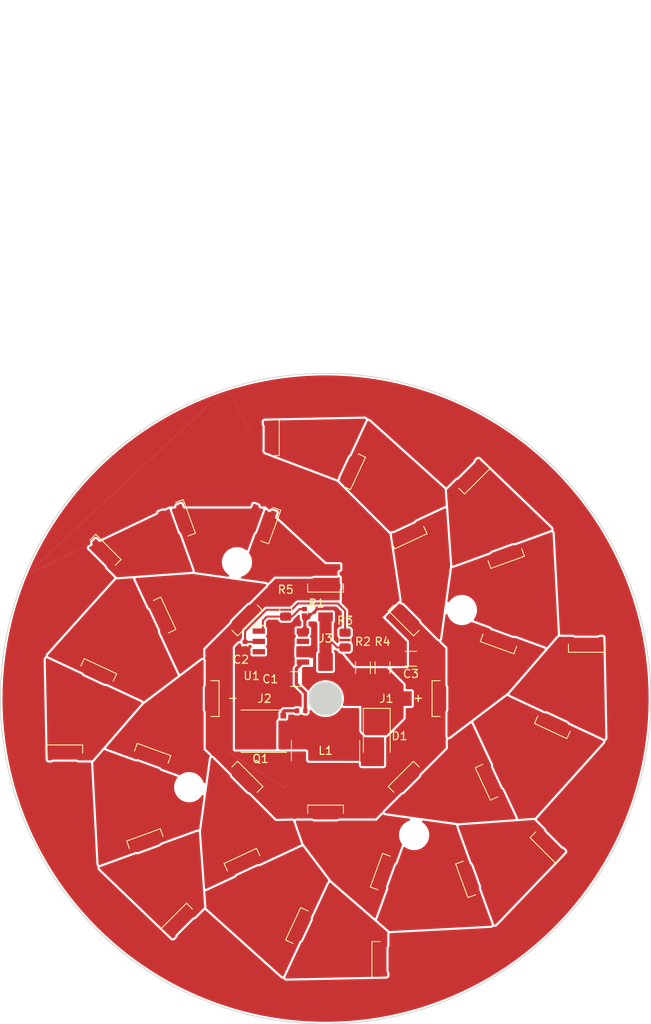
<source format=kicad_pcb>
(kicad_pcb (version 20211014) (generator pcbnew)
  (layers (0 "F.Cu" signal) (31 "B.Cu" signal) (34 "B.Paste" user) (35 "F.Paste" user) (36 "B.SilkS" user "B.Silkscreen") (37 "F.SilkS" user "F.Silkscreen") (38 "B.Mask" user) (39 "F.Mask" user) (44 "Edge.Cuts" user))
  (net 0 "")
  (net 1 "+12V")
  (net 2 "GND")
  (net 3 "Net-(D1-Pad2)")
  (net 4 "LED_OUT")
  (net 5 "LED_IN")
  (net 6 "Net-(J3-Pad1)")
  (net 7 "DIM")
  (net 8 "Net-(D2-Pad2)")
  (net 9 "Net-(D3-Pad2)")
  (net 10 "Net-(D4-Pad2)")
  (net 11 "Net-(D6-Pad2)")
  (net 12 "Net-(D7-Pad2)")
  (net 13 "Net-(D8-Pad2)")
  (net 14 "Net-(D10-Pad2)")
  (net 15 "Net-(D11-Pad2)")
  (net 16 "Net-(D12-Pad2)")
  (net 17 "Net-(D14-Pad2)")
  (net 18 "Net-(D15-Pad2)")
  (net 19 "Net-(D16-Pad2)")
  (net 20 "Net-(D18-Pad2)")
  (net 21 "Net-(D19-Pad2)")
  (net 22 "Net-(D20-Pad2)")
  (net 23 "Net-(D22-Pad2)")
  (net 24 "Net-(D23-Pad2)")
  (net 25 "Net-(D24-Pad2)")
  (net 26 "Net-(D26-Pad2)")
  (net 27 "Net-(D27-Pad2)")
  (net 28 "Net-(D28-Pad2)")
  (net 29 "Net-(D30-Pad2)")
  (net 30 "Net-(D31-Pad2)")
  (net 31 "Net-(D32-Pad2)")
  (net 32 "Net-(U1-Pad1)")
  (net 33 "Net-(U1-Pad5)")
  (net 36 "Net-(Q1-Pad2)")
  (footprint "Resistor_SMD:R_0805_2012Metric" (layer "F.Cu") (at 2.4 -7.2 90)
    (fp_text reference "R3")
    (fp_text value "0.1")
  )
  (footprint "Capacitor_SMD:C_1206_3216Metric" (layer "F.Cu") (at -3.6 -2.4 180)
    (fp_text reference "C1")
    (fp_text value "10uF")
  )
  (footprint "LED_SMD:LM301B" (layer "F.Cu") (at 8.043466 21.749269 70)
    (fp_text reference "D3" hide)
    (fp_text value "LED")
  )
  (footprint "LED_SMD:LM301B" (layer "F.Cu") (at -10.606601 -10.606601 -135)
    (fp_text reference "D22" hide)
    (fp_text value "LED")
  )
  (footprint "LED_SMD:LM301B" (layer "F.Cu") (at 28.491267 2.266845 155)
    (fp_text reference "D8" hide)
    (fp_text value "LED")
  )
  (footprint "LED_SMD:LM301B" (layer "F.Cu") (at -7.599927 -32.082478 -90)
    (fp_text reference "D17" hide)
    (fp_text value "LED")
  )
  (footprint "Connector:POKE-HOME" (layer "F.Cu") (at -7 0)
    (fp_text reference "J2")
    (fp_text value "Conn_01x01_Female")
  )
  (footprint "LED_SMD:LM301B" (layer "F.Cu") (at 2.266845 -28.491267 -115)
    (fp_text reference "D16" hide)
    (fp_text value "LED")
  )
  (footprint "LED_SMD:LM301B" (layer "F.Cu") (at 17.311778 -28.059698 -135)
    (fp_text reference "D13" hide)
    (fp_text value "LED")
  )
  (footprint "Inductor_SMD:L_Bourns-SRN8040_8x8.15mm" (layer "F.Cu") (at 0 6.4 90)
    (fp_text reference "L1")
    (fp_text value "L")
  )
  (footprint "LED_SMD:LM301B" (layer "F.Cu") (at 18.543466 21.749269 110)
    (fp_text reference "D4" hide)
    (fp_text value "LED")
  )
  (footprint "LED_SMD:LM301B" (layer "F.Cu") (at -8.043466 -21.749269 -110)
    (fp_text reference "D19" hide)
    (fp_text value "LED")
  )
  (footprint "LED_SMD:LM301B" (layer "F.Cu") (at 9.691466 -21.066646 -155)
    (fp_text reference "D15" hide)
    (fp_text value "LED")
  )
  (footprint "Resistor_SMD:R_1206_3216Metric" (layer "F.Cu") (at 4.6 -3.8 90)
    (fp_text reference "R2")
    (fp_text value "0.1")
  )
  (footprint "LED_SMD:LM301B" (layer "F.Cu") (at -15 0 -90)
    (fp_text reference "D26" hide)
    (fp_text value "LED")
  )
  (footprint "LED_SMD:LM301B" (layer "F.Cu") (at 7.599927 32.082478 90)
    (fp_text reference "D33" hide)
    (fp_text value "LED")
  )
  (footprint "LED_SMD:LM301B" (layer "F.Cu") (at -21.066646 -9.691466 -65)
    (fp_text reference "D23" hide)
    (fp_text value "LED")
  )
  (footprint "MountingHole:MountingHole_3.2mm_M3" (layer "F.Cu") (at -16.773411 10.89278)
    (fp_text reference "H2" hide)
    (fp_text value "MountingHole")
  )
  (footprint "Capacitor_SMD:C_0402_1005Metric" (layer "F.Cu") (at -9.9 -6.5 -90)
    (fp_text reference "C2")
    (fp_text value "100nF")
  )
  (footprint "Connector:POKE-HOME" (layer "F.Cu") (at 7 0 180)
    (fp_text reference "J1")
    (fp_text value "Conn_01x01_Female")
  )
  (footprint "LED_SMD:LM301B" (layer "F.Cu") (at -18.543466 -21.749269 -70)
    (fp_text reference "D20" hide)
    (fp_text value "LED")
  )
  (footprint "Resistor_SMD:R_0402_1005Metric" (layer "F.Cu") (at -3 1.5)
    (fp_text reference "R6" hide)
    (fp_text value "0.1")
  )
  (footprint "LED_SMD:LM301B" (layer "F.Cu") (at 32.082478 -7.599927 180)
    (fp_text reference "D9" hide)
    (fp_text value "LED")
  )
  (footprint "LED_SMD:LM301B" (layer "F.Cu") (at -21.749269 8.043466 -20)
    (fp_text reference "D27" hide)
    (fp_text value "LED")
  )
  (footprint "Connector:POKE-HOME" (layer "F.Cu") (at 0 -7 -90)
    (fp_text reference "J3")
    (fp_text value "Conn_01x01_Female")
  )
  (footprint "LED_SMD:LM301B" (layer "F.Cu") (at -28.059698 -17.311778 -45)
    (fp_text reference "D21" hide)
    (fp_text value "LED")
  )
  (footprint "LED_SMD:LM301B" (layer "F.Cu") (at 21.066646 9.691466 115)
    (fp_text reference "D7" hide)
    (fp_text value "LED")
  )
  (footprint "LED_SMD:LM301B" (layer "F.Cu") (at 21.749269 -18.543466 -160)
    (fp_text reference "D12" hide)
    (fp_text value "LED")
  )
  (footprint "LED_SMD:LM301B" (layer "F.Cu") (at -21.749269 18.543466 20)
    (fp_text reference "D28" hide)
    (fp_text value "LED")
  )
  (footprint "SamacSys_Parts:SOIC127P600X170-9N" (layer "F.Cu") (at -5.5 -6.4)
    (fp_text reference "U1")
    (fp_text value "AL8863SP-13" hide)
  )
  (footprint "MountingHole:MountingHole_3.2mm_M3" (layer "F.Cu") (at 10.89278 16.773411)
    (fp_text reference "H4" hide)
    (fp_text value "MountingHole")
  )
  (footprint "LED_SMD:LM301B" (layer "F.Cu") (at -9.691466 21.066646 25)
    (fp_text reference "D31" hide)
    (fp_text value "LED")
  )
  (footprint "LED_SMD:LM301B" (layer "F.Cu") (at -32.082478 7.599927)
    (fp_text reference "D25" hide)
    (fp_text value "LED")
  )
  (footprint "LED_SMD:LM301B" (layer "F.Cu") (at 15 0 90)
    (fp_text reference "D10" hide)
    (fp_text value "LED")
  )
  (footprint "LED_SMD:LM301B" (layer "F.Cu") (at -10.606601 10.606601 -45)
    (fp_text reference "D30" hide)
    (fp_text value "LED")
  )
  (footprint "LED_SMD:LM301B" (layer "F.Cu") (at 0 -15 180)
    (fp_text reference "D18" hide)
    (fp_text value "LED")
  )
  (footprint "LED_SMD:LM301B" (layer "F.Cu") (at -2.266845 28.491267 65)
    (fp_text reference "D32" hide)
    (fp_text value "LED")
  )
  (footprint "LED_SMD:LM301B" (layer "F.Cu") (at -17.311778 28.059698 45)
    (fp_text reference "D29" hide)
    (fp_text value "LED")
  )
  (footprint "MountingHole:MountingHole_3.2mm_M3" (layer "F.Cu") (at -10.89278 -16.773411)
    (fp_text reference "H1" hide)
    (fp_text value "MountingHole")
  )
  (footprint "LED_SMD:LM301B" (layer "F.Cu") (at 28.059698 17.311778 135)
    (fp_text reference "D5" hide)
    (fp_text value "LED")
  )
  (footprint "LED_SMD:LM301B" (layer "F.Cu") (at -28.491267 -2.266845 -25)
    (fp_text reference "D24" hide)
    (fp_text value "LED")
  )
  (footprint "LED_SMD:LM301B" (layer "F.Cu") (at 21.749269 -8.043466 160)
    (fp_text reference "D11" hide)
    (fp_text value "LED")
  )
  (footprint "Resistor_SMD:R_0402_1005Metric" (layer "F.Cu") (at -2.6 -10.5 -90)
    (fp_text reference "R1")
    (fp_text value "0.1")
  )
  (footprint "Resistor_SMD:R_0805_2012Metric" (layer "F.Cu") (at -4.9 -11 -90)
    (fp_text reference "R5")
    (fp_text value "0.1")
  )
  (footprint "MountingHole:MountingHole_3.2mm_M3" (layer "F.Cu") (at 16.773411 -10.89278)
    (fp_text reference "H3" hide)
    (fp_text value "MountingHole")
  )
  (footprint "Capacitor_SMD:C_1206_3216Metric" (layer "F.Cu") (at 10.5 -4.9 180)
    (fp_text reference "C3")
    (fp_text value "10uF")
  )
  (footprint "Resistor_SMD:R_1206_3216Metric" (layer "F.Cu") (at 7 -3.800001 90)
    (fp_text reference "R4")
    (fp_text value "0.1")
  )
  (footprint "Diode_SMD:D_SMA" (layer "F.Cu") (at 6.3 4.6 -90)
    (fp_text reference "D1")
    (fp_text value "D_Schottky")
  )
  (footprint "LED_SMD:LM301B" (layer "F.Cu") (at 10.606601 -10.606601 135)
    (fp_text reference "D14" hide)
    (fp_text value "LED")
  )
  (footprint "Package_SON:VSONP-8-1EP_5x6_P1.27mm" (layer "F.Cu") (at -8 4 180)
    (fp_text reference "Q1")
    (fp_text value "Q_NMOS_DGS")
  )
  (footprint "LED_SMD:LM301B" (layer "F.Cu") (at 10.606601 10.606601 45)
    (fp_text reference "D6" hide)
    (fp_text value "LED")
  )
  (footprint "LED_SMD:LM301B" (layer "F.Cu") (at 0 15)
    (fp_text reference "D2" hide)
    (fp_text value "LED")
  )
  (gr_circle (center 0 0) (end 2 0) (layer "Edge.Cuts") (width 0.2) (fill solid))
  (gr_circle (center 0 0) (end 0 -40) (layer "Edge.Cuts") (width 0.1) (fill none))
  (gr_text "-" (at -11.4 -0.1) (layer "F.SilkS") (effects (font (size 1 1))))
  (gr_text "+" (at 11.4 -0.1) (layer "F.SilkS") (effects (font (size 1 1))))
  (segment (start 4.6 -2.3375) (end 4.5375 -2.4) (width 0.25) (layer "F.Cu") (net 1))
  (segment (start 5.8 -1.137501) (end 7 -2.337501) (width 0.25) (layer "F.Cu") (net 1))
  (segment (start -1.4 -3.125) (end -1.4 -5.4) (width 0.25) (layer "F.Cu") (net 1))
  (segment (start -1.4 -5.4) (end -1.765 -5.765) (width 0.25) (layer "F.Cu") (net 1))
  (segment (start -2.125 -2.4) (end -1.4 -3.125) (width 0.25) (layer "F.Cu") (net 1))
  (segment (start -1.765 -5.765) (end -2.788 -5.765) (width 0.25) (layer "F.Cu") (net 1))
  (segment (start 5.8 2.4) (end 5.8 -1.137501) (width 0.25) (layer "F.Cu") (net 1))
  (segment (start 4.5375 -2.4) (end -2.05 -2.4) (width 0.25) (layer "F.Cu") (net 1))
  (segment (start 4.6 -2.3375) (end 7 -2.337501) (width 0.25) (layer "F.Cu") (net 1))
  (segment (start -10.8 2.095) (end -10.8 5.905) (width 0.7) (layer "F.Cu") (net 2))
  (segment (start -5.2 5.905) (end -5.2 4.635) (width 0.7) (layer "F.Cu") (net 3))
  (segment (start 2.75 5.8) (end 3.35 6.4) (width 0.25) (layer "F.Cu") (net 3))
  (segment (start 3.35 6.4) (end 5.8 6.4) (width 0.25) (layer "F.Cu") (net 3))
  (segment (start 3.4 -7.2) (end 1.7 -7.2) (width 0.25) (layer "F.Cu") (net 5))
  (segment (start -2.6 -8.493) (end -2.6 -9.99) (width 0.25) (layer "F.Cu") (net 5))
  (segment (start 4.6 -5.2625) (end 4.6 -6) (width 0.25) (layer "F.Cu") (net 5))
  (segment (start 1.3 -10.9) (end 1 -11.2) (width 0.25) (layer "F.Cu") (net 5))
  (segment (start 1.7 -7.2) (end 1.3 -7.6) (width 0.25) (layer "F.Cu") (net 5))
  (segment (start -0.9 -11.2) (end -2.11 -9.99) (width 0.25) (layer "F.Cu") (net 5))
  (segment (start 1 -11.2) (end -0.9 -11.2) (width 0.25) (layer "F.Cu") (net 5))
  (segment (start 4.6 -6) (end 3.4 -7.2) (width 0.25) (layer "F.Cu") (net 5))
  (segment (start -2.788 -8.305) (end -2.6 -8.493) (width 0.25) (layer "F.Cu") (net 5))
  (segment (start -2.11 -9.99) (end -2.6 -9.99) (width 0.25) (layer "F.Cu") (net 5))
  (segment (start 1.3 -7.6) (end 1.3 -10.9) (width 0.25) (layer "F.Cu") (net 5))
  (segment (start 1.4125 -6.2875) (end 2.4 -6.2875) (width 0.25) (layer "F.Cu") (net 6))
  (segment (start 0 -9.5) (end 0 -4.5) (width 1.5) (layer "F.Cu") (net 6))
  (segment (start 0 -7.7) (end 1.4125 -6.2875) (width 0.25) (layer "F.Cu") (net 6))
  (segment (start 0 -4) (end 0 -9.55) (width 0.25) (layer "F.Cu") (net 6))
  (segment (start 0 -10.05) (end 0 -7.7) (width 0.25) (layer "F.Cu") (net 6))
  (segment (start -7.275 -10.925) (end -4.175 -10.925) (width 0.25) (layer "F.Cu") (net 7))
  (segment (start 2.4 -10.8) (end 2.4 -8.3125) (width 0.25) (layer "F.Cu") (net 7))
  (segment (start -3.4 -11.7) (end 1.5 -11.7) (width 0.25) (layer "F.Cu") (net 7))
  (segment (start -9.9 -6.98) (end -9.9 -8.3) (width 0.25) (layer "F.Cu") (net 7))
  (segment (start -9.9 -8.3) (end -7.275 -10.925) (width 0.25) (layer "F.Cu") (net 7))
  (segment (start -7.767 -6.98) (end -9.9 -6.98) (width 0.25) (layer "F.Cu") (net 7))
  (segment (start -4.175 -10.925) (end -3.4 -11.7) (width 0.25) (layer "F.Cu") (net 7))
  (segment (start 1.5 -11.7) (end 2.4 -10.8) (width 0.25) (layer "F.Cu") (net 7))
  (segment (start -7.712 -9.588) (end -7.712 -8.305) (width 0.25) (layer "F.Cu") (net 32))
  (segment (start -4.9 -10.0875) (end -7.2125 -10.0875) (width 0.25) (layer "F.Cu") (net 32))
  (segment (start -4.1125 -10.0875) (end -4.9 -10.0875) (width 0.25) (layer "F.Cu") (net 32))
  (segment (start -3.19 -11.01) (end -4.1125 -10.0875) (width 0.25) (layer "F.Cu") (net 32))
  (segment (start -2.6 -11.01) (end -3.19 -11.01) (width 0.25) (layer "F.Cu") (net 32))
  (segment (start -7.2125 -10.0875) (end -7.712 -9.588) (width 0.25) (layer "F.Cu") (net 32))
  (segment (start -3.6 -1.8) (end -2.49 -0.69) (width 0.4) (layer "F.Cu") (net 33))
  (segment (start -2.49 -0.69) (end -2.49 1.5) (width 0.4) (layer "F.Cu") (net 33))
  (segment (start -3.6 -3.683) (end -3.6 -1.8) (width 0.4) (layer "F.Cu") (net 33))
  (segment (start -2.788 -4.495) (end -3.6 -3.683) (width 0.4) (layer "F.Cu") (net 33))
  (segment (start -5.2 1.6) (end -5.2 2.095) (width 0.4) (layer "F.Cu") (net 36))
  (segment (start -3.51 1.5) (end -5.1 1.5) (width 0.4) (layer "F.Cu") (net 36))
  (segment (start -5.1 1.5) (end -5.2 1.6) (width 0.4) (layer "F.Cu") (net 36))
  (zone (net 2) (net_name "GND") (layer "F.Cu") (priority 34) (connect_pads yes (clearance 0.254)) (min_thickness 0.254) (fill yes (thermal_gap 0.508) (thermal_bridge_width 0.508))
    (polygon (pts (xy 7.612675 4.209518) (xy 4.209517 7.862674) (xy -4.209518 7.862675) (xy -8.762674 4.209517) (xy -8.762675 -4.209518) (xy -4.209517 -10.162674) (xy 4.209518 -10.162675) (xy 7.612674 -4.209517)))
  )
  (zone (net 3) (net_name "Net-(D1-Pad2)") (layer "F.Cu") (priority 35) (connect_pads yes (clearance 0.254)) (min_thickness 0.254) (fill yes (thermal_gap 0.508) (thermal_bridge_width 0.508))
    (polygon (pts (xy 7.2 8.3) (xy 2.4 8.3) (xy 2.4 4.7) (xy 7.2 4.7)))
  )
  (zone (net 19) (net_name "Net-(D16-Pad2)") (layer "F.Cu") (priority 42) (connect_pads yes (clearance 0.254)) (min_thickness 0.254) (fill yes (thermal_gap 0.508) (thermal_bridge_width 0.508))
    (polygon (pts (xy -0.501304 -22.55495) (xy 5.034994 -34.427583) (xy -7.599927 -34.172478) (xy -7.599927 -28.700478)))
  )
  (zone (net 29) (net_name "Net-(D30-Pad2)") (layer "F.Cu") (priority 27) (connect_pads yes (clearance 0.254)) (min_thickness 0.254) (fill yes (thermal_gap 0.508) (thermal_bridge_width 0.508))
    (polygon (pts (xy -4 15) (xy -6.158899 15.054302) (xy -14.064353 7.148848) (xy -16.407206 24.198247) (xy -2.975725 17.935044)))
  )
  (zone (net 26) (net_name "Net-(D26-Pad2)") (layer "F.Cu") (priority 26) (connect_pads yes (clearance 0.254)) (min_thickness 0.254) (fill yes (thermal_gap 0.508) (thermal_bridge_width 0.508))
    (polygon (pts (xy -13.435028 7.778173) (xy -15 6.289999) (xy -15 -4.89) (xy -28.712391 5.509096) (xy -14.786146 10.577835)))
  )
  (zone (net 9) (net_name "Net-(D3-Pad2)") (layer "F.Cu") (priority 11) (connect_pads yes (clearance 0.254)) (min_thickness 0.254) (fill yes (thermal_gap 0.508) (thermal_bridge_width 0.508))
    (polygon (pts (xy 10.577835 14.786146) (xy 5.509096 28.712391) (xy 20.783697 27.904255) (xy 16.303234 15.594282)))
  )
  (zone (net 17) (net_name "Net-(D14-Pad2)") (layer "F.Cu") (priority 23) (connect_pads yes (clearance 0.254)) (min_thickness 0.254) (fill yes (thermal_gap 0.508) (thermal_bridge_width 0.508))
    (polygon (pts (xy 4 -15) (xy 6.158899 -15.054302) (xy 14.064353 -7.148848) (xy 16.407206 -24.198247) (xy 2.975725 -17.935044)))
  )
  (zone (net 28) (net_name "Net-(D28-Pad2)") (layer "F.Cu") (priority 42) (connect_pads yes (clearance 0.254)) (min_thickness 0.254) (fill yes (thermal_gap 0.508) (thermal_bridge_width 0.508))
    (polygon (pts (xy -15.594282 16.303234) (xy -27.904255 20.783697) (xy -18.789631 29.537551) (xy -14.920342 25.668262)))
  )
  (zone (net 13) (net_name "Net-(D8-Pad2)") (layer "F.Cu") (priority 42) (connect_pads yes (clearance 0.254)) (min_thickness 0.254) (fill yes (thermal_gap 0.508) (thermal_bridge_width 0.508))
    (polygon (pts (xy 22.55495 -0.501304) (xy 34.427583 5.034994) (xy 34.172478 -7.599927) (xy 28.700478 -7.599927)))
  )
  (zone (net 31) (net_name "Net-(D32-Pad2)") (layer "F.Cu") (priority 42) (connect_pads yes (clearance 0.254)) (min_thickness 0.254) (fill yes (thermal_gap 0.508) (thermal_bridge_width 0.508))
    (polygon (pts (xy 0.501304 22.55495) (xy -5.034994 34.427583) (xy 7.599927 34.172478) (xy 7.599927 28.700478)))
  )
  (zone (net 18) (net_name "Net-(D15-Pad2)") (layer "F.Cu") (priority 11) (connect_pads yes (clearance 0.254)) (min_thickness 0.254) (fill yes (thermal_gap 0.508) (thermal_bridge_width 0.508))
    (polygon (pts (xy 2.975725 -17.935044) (xy 16.407206 -24.198247) (xy 5.034994 -34.427583) (xy -0.501304 -22.55495)))
  )
  (zone (net 4) (net_name "LED_OUT") (layer "F.Cu") (priority 36) (connect_pads yes (clearance 0.254)) (min_thickness 0.254) (fill yes (thermal_gap 0.508) (thermal_bridge_width 0.508))
    (polygon (pts (xy -2.4 8.4) (xy -5 11) (xy -12.1 6.5) (xy -2.4 6.5)))
  )
  (zone (net 24) (net_name "Net-(D23-Pad2)") (layer "F.Cu") (priority 11) (connect_pads yes (clearance 0.254)) (min_thickness 0.254) (fill yes (thermal_gap 0.508) (thermal_bridge_width 0.508))
    (polygon (pts (xy -17.935044 -2.975725) (xy -24.198247 -16.407206) (xy -34.427583 -5.034994) (xy -22.55495 0.501304)))
  )
  (zone (net 21) (net_name "Net-(D19-Pad2)") (layer "F.Cu") (priority 11) (connect_pads yes (clearance 0.254)) (min_thickness 0.254) (fill yes (thermal_gap 0.508) (thermal_bridge_width 0.508))
    (polygon (pts (xy -10.577835 -14.786146) (xy -5.509096 -28.712391) (xy -20.783697 -27.904255) (xy -16.303234 -15.594282)))
  )
  (zone (net 14) (net_name "Net-(D10-Pad2)") (layer "F.Cu") (priority 22) (connect_pads yes (clearance 0.254)) (min_thickness 0.254) (fill yes (thermal_gap 0.508) (thermal_bridge_width 0.508))
    (polygon (pts (xy 13.435028 -7.778173) (xy 15 -6.289999) (xy 15 4.89) (xy 28.712391 -5.509096) (xy 14.786146 -10.577835)))
  )
  (zone (net 27) (net_name "Net-(D27-Pad2)") (layer "F.Cu") (priority 11) (connect_pads yes (clearance 0.254)) (min_thickness 0.254) (fill yes (thermal_gap 0.508) (thermal_bridge_width 0.508))
    (polygon (pts (xy -14.786146 10.577835) (xy -28.712391 5.509096) (xy -27.904255 20.783697) (xy -15.594282 16.303234)))
  )
  (zone (net 25) (net_name "Net-(D24-Pad2)") (layer "F.Cu") (priority 42) (connect_pads yes (clearance 0.254)) (min_thickness 0.254) (fill yes (thermal_gap 0.508) (thermal_bridge_width 0.508))
    (polygon (pts (xy -22.55495 0.501304) (xy -34.427583 -5.034994) (xy -34.172478 7.599927) (xy -28.700478 7.599927)))
  )
  (zone (net 23) (net_name "Net-(D22-Pad2)") (layer "F.Cu") (priority 25) (connect_pads yes (clearance 0.254)) (min_thickness 0.254) (fill yes (thermal_gap 0.508) (thermal_bridge_width 0.508))
    (polygon (pts (xy -15 -4) (xy -15.054302 -6.158899) (xy -7.148848 -14.064353) (xy -24.198247 -16.407206) (xy -17.935044 -2.975725)))
  )
  (zone (net 2) (net_name "GND") (layer "F.Cu") (priority 34) (connect_pads yes (clearance 0.254)) (min_thickness 0.254) (fill yes (thermal_gap 0.508) (thermal_bridge_width 0.508))
    (polygon (pts (xy -2.402869 4.300146) (xy -8.5 4.3) (xy -11.15 1.8) (xy -11.15 -6.3) (xy -6.05 -11.4) (xy -2.4 -11.399854)))
  )
  (zone (net 1) (net_name "+12V") (layer "F.Cu") (priority 36) (connect_pads yes (clearance 0.254)) (min_thickness 0.254) (fill yes (thermal_gap 0.508) (thermal_bridge_width 0.508))
    (polygon (pts (xy 9.6 -1.7) (xy 9.6 2.4) (xy 7.5 4.5) (xy 4.9 4.5) (xy 4.4 4) (xy 4.4 0.9) (xy 0 0.9) (xy -2.9 -1.4) (xy -2.9 -3.9) (xy -1.530573 -3.9) (xy -1.530573 -5) (xy -3.6 -5) (xy -3.6 -7.8) (xy -2.1 -7.8) (xy -2.1 -9.5) (xy 2.6 -9.5) (xy 2.6 -4.7) (xy 6.6 -4.7)))
  )
  (zone (net 5) (net_name "LED_IN") (layer "F.Cu") (priority 96) (connect_pads yes (clearance 0.254)) (min_thickness 0.254) (fill yes (thermal_gap 0.508) (thermal_bridge_width 0.508))
    (polygon (pts (xy -7.599927 -30.082478) (xy 1.421608 -26.678651) (xy 7.87885 -20.221409) (xy 9.1 -12.1) (xy 7 -10) (xy 10 -7) (xy 10 -4.000001) (xy 3.6 -4) (xy 2 -5.9) (xy 2 -15) (xy -7.359425 -23.628654) (xy -19.227506 -23.628654) (xy -29.473911 -18.725991) (xy -37.1 -15) (xy -12.2 -38.1)))
  )
  (zone (net 30) (net_name "Net-(D31-Pad2)") (layer "F.Cu") (priority 11) (connect_pads yes (clearance 0.254)) (min_thickness 0.254) (fill yes (thermal_gap 0.508) (thermal_bridge_width 0.508))
    (polygon (pts (xy -2.975725 17.935044) (xy -16.407206 24.198247) (xy -5.034994 34.427583) (xy 0.501304 22.55495)))
  )
  (zone (net 3) (net_name "Net-(D1-Pad2)") (layer "F.Cu") (priority 35) (connect_pads yes (clearance 0.254)) (min_thickness 0.254) (fill yes (thermal_gap 0.508) (thermal_bridge_width 0.508))
    (polygon (pts (xy 5.3 0) (xy 5.3 8.3) (xy -4.4 8.3) (xy -5.8 6.9) (xy -5.8 1.5) (xy -2.4 1.5) (xy -2.4 0)))
  )
  (zone (net 10) (net_name "Net-(D4-Pad2)") (layer "F.Cu") (priority 42) (connect_pads yes (clearance 0.254)) (min_thickness 0.254) (fill yes (thermal_gap 0.508) (thermal_bridge_width 0.508))
    (polygon (pts (xy 16.303234 15.594282) (xy 20.783697 27.904255) (xy 29.537551 18.789631) (xy 25.668262 14.920342)))
  )
  (zone (net 8) (net_name "Net-(D2-Pad2)") (layer "F.Cu") (priority 20) (connect_pads yes (clearance 0.254)) (min_thickness 0.254) (fill yes (thermal_gap 0.508) (thermal_bridge_width 0.508))
    (polygon (pts (xy 7.778173 13.435028) (xy 6.289999 15) (xy -4.89 15) (xy 5.509096 28.712391) (xy 10.577835 14.786146)))
  )
  (zone (net 16) (net_name "Net-(D12-Pad2)") (layer "F.Cu") (priority 42) (connect_pads yes (clearance 0.254)) (min_thickness 0.254) (fill yes (thermal_gap 0.508) (thermal_bridge_width 0.508))
    (polygon (pts (xy 15.594282 -16.303234) (xy 27.904255 -20.783697) (xy 18.789631 -29.537551) (xy 14.920342 -25.668262)))
  )
  (zone (net 11) (net_name "Net-(D6-Pad2)") (layer "F.Cu") (priority 21) (connect_pads yes (clearance 0.254)) (min_thickness 0.254) (fill yes (thermal_gap 0.508) (thermal_bridge_width 0.508))
    (polygon (pts (xy 15 4) (xy 15.054302 6.158899) (xy 7.148848 14.064353) (xy 24.198247 16.407206) (xy 17.935044 2.975725)))
  )
  (zone (net 5) (net_name "LED_IN") (layer "F.Cu") (priority 7) (connect_pads yes (clearance 0.254)) (min_thickness 0.254) (fill yes (thermal_gap 0.508) (thermal_bridge_width 0.508))
    (polygon (pts (xy 40 0) (xy 39.807389 3.920685) (xy 39.231411 7.803612) (xy 38.277613 11.611387) (xy 36.955181 15.307337) (xy 35.27685 18.855869) (xy 33.258784 22.222809) (xy 30.920418 25.375731) (xy 28.284271 28.284271) (xy 25.375731 30.920418) (xy 22.222809 33.258784) (xy 18.855869 35.27685) (xy 15.307337 36.955181) (xy 11.611387 38.277613) (xy 7.803612 39.231411) (xy 3.920685 39.807389) (xy 0 40) (xy -3.920685 39.807389) (xy -7.803612 39.231411) (xy -11.611387 38.277613) (xy -15.307337 36.955181) (xy -18.855869 35.27685) (xy -22.222809 33.258784) (xy -25.375731 30.920418) (xy -28.284271 28.284271) (xy -30.920418 25.375731) (xy -33.258784 22.222809) (xy -35.27685 18.855869) (xy -36.955181 15.307337) (xy -38.277613 11.611387) (xy -39.231411 7.803612) (xy -39.807389 3.920685) (xy -40 0) (xy -39.807389 -3.920685) (xy -39.231411 -7.803612) (xy -38.277613 -11.611387) (xy -36.955181 -15.307337) (xy -35.27685 -18.855869) (xy -33.258784 -22.222809) (xy -30.920418 -25.375731) (xy -28.284271 -28.284271) (xy -25.375731 -30.920418) (xy -22.222809 -33.258784) (xy -18.855869 -35.27685) (xy -15.307337 -36.955181) (xy -11.611387 -38.277613) (xy -7.803612 -39.231411) (xy -3.920685 -39.807389) (xy 0 -40) (xy 3.920685 -39.807389) (xy 7.803612 -39.231411) (xy 11.611387 -38.277613) (xy 15.307337 -36.955181) (xy 18.855869 -35.27685) (xy 22.222809 -33.258784) (xy 25.375731 -30.920418) (xy 28.284271 -28.284271) (xy 30.920418 -25.375731) (xy 33.258784 -22.222809) (xy 35.27685 -18.855869) (xy 36.955181 -15.307337) (xy 38.277613 -11.611387) (xy 39.231411 -7.803612) (xy 39.807389 -3.920685)))
  )
  (zone (net 22) (net_name "Net-(D20-Pad2)") (layer "F.Cu") (priority 42) (connect_pads yes (clearance 0.254)) (min_thickness 0.254) (fill yes (thermal_gap 0.508) (thermal_bridge_width 0.508))
    (polygon (pts (xy -16.303234 -15.594282) (xy -20.783697 -27.904255) (xy -29.537551 -18.789631) (xy -25.668262 -14.920342)))
  )
  (zone (net 20) (net_name "Net-(D18-Pad2)") (layer "F.Cu") (priority 24) (connect_pads yes (clearance 0.254)) (min_thickness 0.254) (fill yes (thermal_gap 0.508) (thermal_bridge_width 0.508))
    (polygon (pts (xy -7.778173 -13.435028) (xy -6.289999 -15) (xy 4.89 -15) (xy -5.509096 -28.712391) (xy -10.577835 -14.786146)))
  )
  (zone (net 4) (net_name "LED_OUT") (layer "F.Cu") (priority 19) (connect_pads yes (clearance 0.254)) (min_thickness 0.254) (fill yes (thermal_gap 0.508) (thermal_bridge_width 0.508))
    (polygon (pts (xy 14.920654 6.180337) (xy 6.180337 14.920652) (xy -6.180337 14.920654) (xy -14.920652 6.180337) (xy -14.920654 -6.180337) (xy -6.180337 -14.920652) (xy 6.180337 -14.920654) (xy 14.920652 -6.180337)))
  )
  (zone (net 15) (net_name "Net-(D11-Pad2)") (layer "F.Cu") (priority 11) (connect_pads yes (clearance 0.254)) (min_thickness 0.254) (fill yes (thermal_gap 0.508) (thermal_bridge_width 0.508))
    (polygon (pts (xy 14.786146 -10.577835) (xy 28.712391 -5.509096) (xy 27.904255 -20.783697) (xy 15.594282 -16.303234)))
  )
  (zone (net 12) (net_name "Net-(D7-Pad2)") (layer "F.Cu") (priority 11) (connect_pads yes (clearance 0.254)) (min_thickness 0.254) (fill yes (thermal_gap 0.508) (thermal_bridge_width 0.508))
    (polygon (pts (xy 17.935044 2.975725) (xy 24.198247 16.407206) (xy 34.427583 5.034994) (xy 22.55495 -0.501304)))
  )
)
</source>
